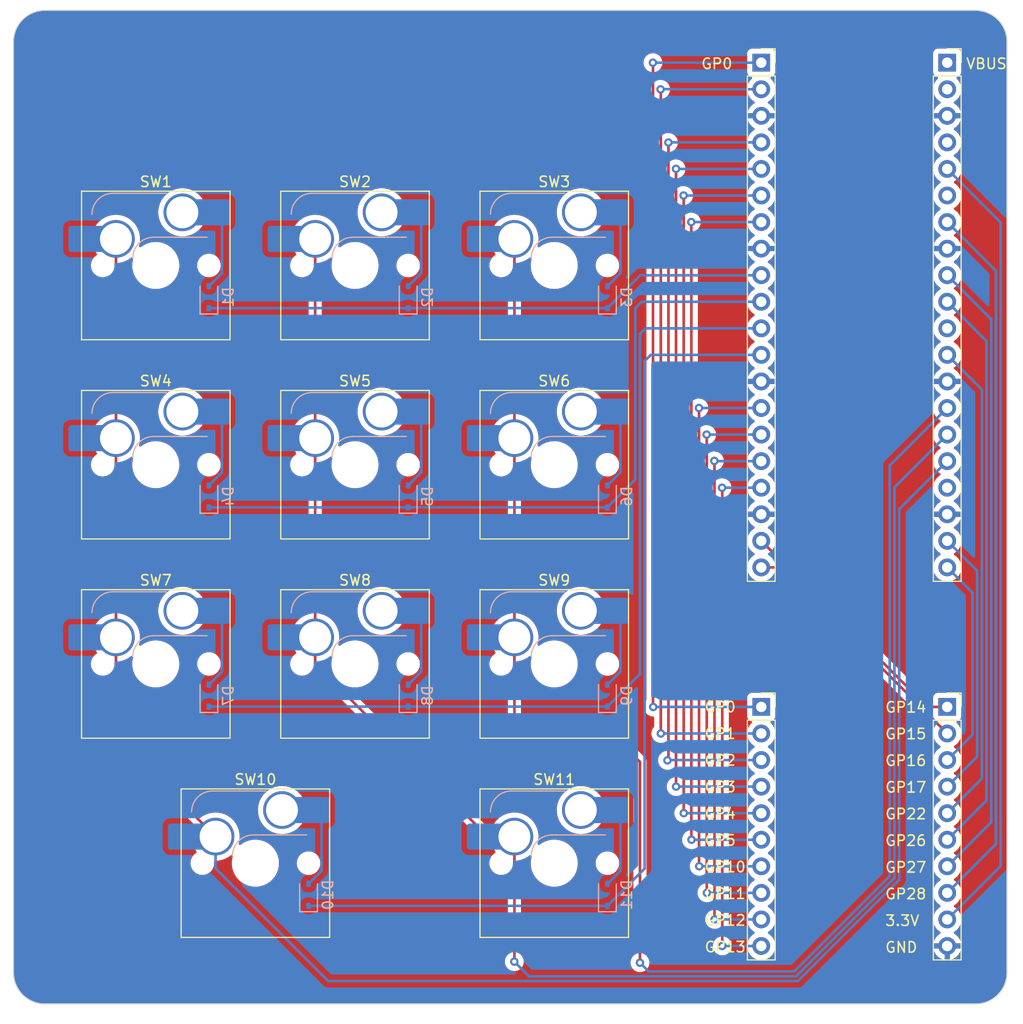
<source format=kicad_pcb>
(kicad_pcb (version 20221018) (generator pcbnew)
  (layers (0 "F.Cu" signal) (31 "B.Cu" signal) (34 "B.Paste" user) (35 "F.Paste" user) (36 "B.SilkS" user "B.Silkscreen") (37 "F.SilkS" user "F.Silkscreen") (38 "B.Mask" user) (39 "F.Mask" user) (44 "Edge.Cuts" user))
  (net 0 "")
  (net 1 "ROW0")
  (net 2 "Net-(D1-A)")
  (net 3 "Net-(D2-A)")
  (net 4 "Net-(D3-A)")
  (net 5 "ROW1")
  (net 6 "Net-(D4-A)")
  (net 7 "Net-(D5-A)")
  (net 8 "Net-(D6-A)")
  (net 9 "ROW2")
  (net 10 "Net-(D7-A)")
  (net 11 "Net-(D8-A)")
  (net 12 "Net-(D9-A)")
  (net 13 "ROW3")
  (net 14 "Net-(D10-A)")
  (net 15 "Net-(D11-A)")
  (net 16 "COL0")
  (net 17 "COL1")
  (net 18 "COL2")
  (net 19 "GP0")
  (net 20 "GP1")
  (net 21 "GND")
  (net 22 "GP2")
  (net 23 "GP3")
  (net 24 "GP4")
  (net 25 "GP5")
  (net 26 "GP10")
  (net 27 "GP11")
  (net 28 "GP12")
  (net 29 "GP13")
  (net 30 "GP14")
  (net 31 "GP15")
  (net 32 "VBUS")
  (net 33 "VSYS_IN")
  (net 34 "3V3_EN")
  (net 35 "3V3_OUT")
  (net 36 "ADC_VREF")
  (net 37 "GP28")
  (net 38 "GP27")
  (net 39 "GP26")
  (net 40 "RUN")
  (net 41 "GP22")
  (net 42 "GP18")
  (net 43 "GP17")
  (net 44 "GP16")
  (footprint "PCM_Switch_Keyboard_Hotswap_Kailh:SW_Hotswap_Kailh_MX_Plated_1.00u" (layer "F.Cu") (at 144.2075 92.49)
    (fp_text reference "SW9" (at 0 -8) (layer "F.SilkS"))
    (fp_text value "SW_Push")
    (pad "" np_thru_hole circle locked (at -5.08 0) (size 1.75 1.75) (drill 1.75) (layers "*.Cu" "*.Mask"))
    (pad "" np_thru_hole circle locked (at 0 0) (size 4 4) (drill 4) (layers "*.Cu" "*.Mask"))
    (pad "" np_thru_hole circle locked (at 5.08 0) (size 1.75 1.75) (drill 1.75) (layers "*.Cu" "*.Mask"))
    (pad "1" smd roundrect locked (at -6.585 -2.54) (size 3.55 2.5) (layers "B.Cu") (roundrect_rratio 0.1) (net 18 "COL2"))
    (pad "1" thru_hole circle locked (at -3.81 -2.54) (size 3.6 3.6) (drill 3.05) (layers "*.Cu" "*.Mask") (net 18 "COL2"))
    (pad "2" thru_hole circle locked (at 2.54 -5.08) (size 3.6 3.6) (drill 3.05) (layers "*.Cu" "*.Mask") (net 12 "Net-(D9-A)"))
    (pad "2" smd roundrect locked (at 5.32 -5.08) (size 3.55 2.5) (layers "B.Cu") (roundrect_rratio 0.1) (net 12 "Net-(D9-A)"))
  )
  (footprint "PCM_Switch_Keyboard_Hotswap_Kailh:SW_Hotswap_Kailh_MX_Plated_1.00u" (layer "F.Cu") (at 144.2075 54.39)
    (fp_text reference "SW3" (at 0 -8) (layer "F.SilkS"))
    (fp_text value "SW_Push")
    (pad "" np_thru_hole circle locked (at -5.08 0) (size 1.75 1.75) (drill 1.75) (layers "*.Cu" "*.Mask"))
    (pad "" np_thru_hole circle locked (at 0 0) (size 4 4) (drill 4) (layers "*.Cu" "*.Mask"))
    (pad "" np_thru_hole circle locked (at 5.08 0) (size 1.75 1.75) (drill 1.75) (layers "*.Cu" "*.Mask"))
    (pad "1" smd roundrect locked (at -6.585 -2.54) (size 3.55 2.5) (layers "B.Cu") (roundrect_rratio 0.1) (net 18 "COL2"))
    (pad "1" thru_hole circle locked (at -3.81 -2.54) (size 3.6 3.6) (drill 3.05) (layers "*.Cu" "*.Mask") (net 18 "COL2"))
    (pad "2" thru_hole circle locked (at 2.54 -5.08) (size 3.6 3.6) (drill 3.05) (layers "*.Cu" "*.Mask") (net 4 "Net-(D3-A)"))
    (pad "2" smd roundrect locked (at 5.32 -5.08) (size 3.55 2.5) (layers "B.Cu") (roundrect_rratio 0.1) (net 4 "Net-(D3-A)"))
  )
  (footprint "PCM_Switch_Keyboard_Hotswap_Kailh:SW_Hotswap_Kailh_MX_Plated_1.00u" (layer "F.Cu") (at 106.1075 54.39)
    (fp_text reference "SW1" (at 0 -8) (layer "F.SilkS"))
    (fp_text value "SW_Push")
    (pad "" np_thru_hole circle locked (at -5.08 0) (size 1.75 1.75) (drill 1.75) (layers "*.Cu" "*.Mask"))
    (pad "" np_thru_hole circle locked (at 0 0) (size 4 4) (drill 4) (layers "*.Cu" "*.Mask"))
    (pad "" np_thru_hole circle locked (at 5.08 0) (size 1.75 1.75) (drill 1.75) (layers "*.Cu" "*.Mask"))
    (pad "1" smd roundrect locked (at -6.585 -2.54) (size 3.55 2.5) (layers "B.Cu") (roundrect_rratio 0.1) (net 16 "COL0"))
    (pad "1" thru_hole circle locked (at -3.81 -2.54) (size 3.6 3.6) (drill 3.05) (layers "*.Cu" "*.Mask") (net 16 "COL0"))
    (pad "2" thru_hole circle locked (at 2.54 -5.08) (size 3.6 3.6) (drill 3.05) (layers "*.Cu" "*.Mask") (net 2 "Net-(D1-A)"))
    (pad "2" smd roundrect locked (at 5.32 -5.08) (size 3.55 2.5) (layers "B.Cu") (roundrect_rratio 0.1) (net 2 "Net-(D1-A)"))
  )
  (footprint "Connector_PinSocket_2.54mm:PinSocket_1x20_P2.54mm_Vertical" (layer "F.Cu") (at 164 35)
    (fp_text reference "J1" hide)
    (fp_text value "Conn_01x20_Pin")
    (pad "1" thru_hole rect locked (at 0 0) (size 1.7 1.7) (drill 1) (layers "*.Cu" "*.Mask") (net 19 "GP0"))
    (pad "2" thru_hole oval locked (at 0 2.54) (size 1.7 1.7) (drill 1) (layers "*.Cu" "*.Mask") (net 20 "GP1"))
    (pad "3" thru_hole oval locked (at 0 5.08) (size 1.7 1.7) (drill 1) (layers "*.Cu" "*.Mask") (net 21 "GND"))
    (pad "4" thru_hole oval locked (at 0 7.62) (size 1.7 1.7) (drill 1) (layers "*.Cu" "*.Mask") (net 22 "GP2"))
    (pad "5" thru_hole oval locked (at 0 10.16) (size 1.7 1.7) (drill 1) (layers "*.Cu" "*.Mask") (net 23 "GP3"))
    (pad "6" thru_hole oval locked (at 0 12.7) (size 1.7 1.7) (drill 1) (layers "*.Cu" "*.Mask") (net 24 "GP4"))
    (pad "7" thru_hole oval locked (at 0 15.24) (size 1.7 1.7) (drill 1) (layers "*.Cu" "*.Mask") (net 25 "GP5"))
    (pad "8" thru_hole oval locked (at 0 17.78) (size 1.7 1.7) (drill 1) (layers "*.Cu" "*.Mask") (net 21 "GND"))
    (pad "9" thru_hole oval locked (at 0 20.32) (size 1.7 1.7) (drill 1) (layers "*.Cu" "*.Mask") (net 1 "ROW0"))
    (pad "10" thru_hole oval locked (at 0 22.86) (size 1.7 1.7) (drill 1) (layers "*.Cu" "*.Mask") (net 5 "ROW1"))
    (pad "11" thru_hole oval locked (at 0 25.4) (size 1.7 1.7) (drill 1) (layers "*.Cu" "*.Mask") (net 9 "ROW2"))
    (pad "12" thru_hole oval locked (at 0 27.94) (size 1.7 1.7) (drill 1) (layers "*.Cu" "*.Mask") (net 13 "ROW3"))
    (pad "13" thru_hole oval locked (at 0 30.48) (size 1.7 1.7) (drill 1) (layers "*.Cu" "*.Mask") (net 21 "GND"))
    (pad "14" thru_hole oval locked (at 0 33.02) (size 1.7 1.7) (drill 1) (layers "*.Cu" "*.Mask") (net 26 "GP10"))
    (pad "15" thru_hole oval locked (at 0 35.56) (size 1.7 1.7) (drill 1) (layers "*.Cu" "*.Mask") (net 27 "GP11"))
    (pad "16" thru_hole oval locked (at 0 38.1) (size 1.7 1.7) (drill 1) (layers "*.Cu" "*.Mask") (net 28 "GP12"))
    (pad "17" thru_hole oval locked (at 0 40.64) (size 1.7 1.7) (drill 1) (layers "*.Cu" "*.Mask") (net 29 "GP13"))
    (pad "18" thru_hole oval locked (at 0 43.18) (size 1.7 1.7) (drill 1) (layers "*.Cu" "*.Mask") (net 21 "GND"))
    (pad "19" thru_hole oval locked (at 0 45.72) (size 1.7 1.7) (drill 1) (layers "*.Cu" "*.Mask") (net 30 "GP14"))
    (pad "20" thru_hole oval locked (at 0 48.26) (size 1.7 1.7) (drill 1) (layers "*.Cu" "*.Mask") (net 31 "GP15"))
  )
  (footprint "PCM_Switch_Keyboard_Hotswap_Kailh:SW_Hotswap_Kailh_MX_Plated_1.00u" (layer "F.Cu") (at 125.1575 73.44)
    (fp_text reference "SW5" (at 0 -8) (layer "F.SilkS"))
    (fp_text value "SW_Push")
    (pad "" np_thru_hole circle locked (at -5.08 0) (size 1.75 1.75) (drill 1.75) (layers "*.Cu" "*.Mask"))
    (pad "" np_thru_hole circle locked (at 0 0) (size 4 4) (drill 4) (layers "*.Cu" "*.Mask"))
    (pad "" np_thru_hole circle locked (at 5.08 0) (size 1.75 1.75) (drill 1.75) (layers "*.Cu" "*.Mask"))
    (pad "1" smd roundrect locked (at -6.585 -2.54) (size 3.55 2.5) (layers "B.Cu") (roundrect_rratio 0.1) (net 17 "COL1"))
    (pad "1" thru_hole circle locked (at -3.81 -2.54) (size 3.6 3.6) (drill 3.05) (layers "*.Cu" "*.Mask") (net 17 "COL1"))
    (pad "2" thru_hole circle locked (at 2.54 -5.08) (size 3.6 3.6) (drill 3.05) (layers "*.Cu" "*.Mask") (net 7 "Net-(D5-A)"))
    (pad "2" smd roundrect locked (at 5.32 -5.08) (size 3.55 2.5) (layers "B.Cu") (roundrect_rratio 0.1) (net 7 "Net-(D5-A)"))
  )
  (footprint "PCM_Switch_Keyboard_Hotswap_Kailh:SW_Hotswap_Kailh_MX_Plated_2.00u" (layer "F.Cu") (at 115.6325 111.54)
    (fp_text reference "SW10" (at 0 -8) (layer "F.SilkS"))
    (fp_text value "SW_Push")
    (pad "" np_thru_hole circle locked (at -5.08 0) (size 1.75 1.75) (drill 1.75) (layers "*.Cu" "*.Mask"))
    (pad "" np_thru_hole circle locked (at 0 0) (size 4 4) (drill 4) (layers "*.Cu" "*.Mask"))
    (pad "" np_thru_hole circle locked (at 5.08 0) (size 1.75 1.75) (drill 1.75) (layers "*.Cu" "*.Mask"))
    (pad "1" smd roundrect locked (at -6.585 -2.54) (size 3.55 2.5) (layers "B.Cu") (roundrect_rratio 0.1) (net 16 "COL0"))
    (pad "1" thru_hole circle locked (at -3.81 -2.54) (size 3.6 3.6) (drill 3.05) (layers "*.Cu" "*.Mask") (net 16 "COL0"))
    (pad "2" thru_hole circle locked (at 2.54 -5.08) (size 3.6 3.6) (drill 3.05) (layers "*.Cu" "*.Mask") (net 14 "Net-(D10-A)"))
    (pad "2" smd roundrect locked (at 5.32 -5.08) (size 3.55 2.5) (layers "B.Cu") (roundrect_rratio 0.1) (net 14 "Net-(D10-A)"))
  )
  (footprint "Connector_PinSocket_2.54mm:PinSocket_1x20_P2.54mm_Vertical" (layer "F.Cu") (at 181.78 35)
    (fp_text reference "J2" hide)
    (fp_text value "Conn_01x20_Pin")
    (pad "1" thru_hole rect locked (at 0 0) (size 1.7 1.7) (drill 1) (layers "*.Cu" "*.Mask") (net 32 "VBUS"))
    (pad "2" thru_hole oval locked (at 0 2.54) (size 1.7 1.7) (drill 1) (layers "*.Cu" "*.Mask") (net 33 "VSYS_IN"))
    (pad "3" thru_hole oval locked (at 0 5.08) (size 1.7 1.7) (drill 1) (layers "*.Cu" "*.Mask") (net 21 "GND"))
    (pad "4" thru_hole oval locked (at 0 7.62) (size 1.7 1.7) (drill 1) (layers "*.Cu" "*.Mask") (net 34 "3V3_EN"))
    (pad "5" thru_hole oval locked (at 0 10.16) (size 1.7 1.7) (drill 1) (layers "*.Cu" "*.Mask") (net 35 "3V3_OUT"))
    (pad "6" thru_hole oval locked (at 0 12.7) (size 1.7 1.7) (drill 1) (layers "*.Cu" "*.Mask") (net 36 "ADC_VREF"))
    (pad "7" thru_hole oval locked (at 0 15.24) (size 1.7 1.7) (drill 1) (layers "*.Cu" "*.Mask") (net 37 "GP28"))
    (pad "8" thru_hole oval locked (at 0 17.78) (size 1.7 1.7) (drill 1) (layers "*.Cu" "*.Mask") (net 21 "GND"))
    (pad "9" thru_hole oval locked (at 0 20.32) (size 1.7 1.7) (drill 1) (layers "*.Cu" "*.Mask") (net 38 "GP27"))
    (pad "10" thru_hole oval locked (at 0 22.86) (size 1.7 1.7) (drill 1) (layers "*.Cu" "*.Mask") (net 39 "GP26"))
    (pad "11" thru_hole oval locked (at 0 25.4) (size 1.7 1.7) (drill 1) (layers "*.Cu" "*.Mask") (net 40 "RUN"))
    (pad "12" thru_hole oval locked (at 0 27.94) (size 1.7 1.7) (drill 1) (layers "*.Cu" "*.Mask") (net 41 "GP22"))
    (pad "13" thru_hole oval locked (at 0 30.48) (size 1.7 1.7) (drill 1) (layers "*.Cu" "*.Mask") (net 21 "GND"))
    (pad "14" thru_hole oval locked (at 0 33.02) (size 1.7 1.7) (drill 1) (layers "*.Cu" "*.Mask") (net 18 "COL2"))
    (pad "15" thru_hole oval locked (at 0 35.56) (size 1.7 1.7) (drill 1) (layers "*.Cu" "*.Mask") (net 17 "COL1"))
    (pad "16" thru_hole oval locked (at 0 38.1) (size 1.7 1.7) (drill 1) (layers "*.Cu" "*.Mask") (net 16 "COL0"))
    (pad "17" thru_hole oval locked (at 0 40.64) (size 1.7 1.7) (drill 1) (layers "*.Cu" "*.Mask") (net 42 "GP18"))
    (pad "18" thru_hole oval locked (at 0 43.18) (size 1.7 1.7) (drill 1) (layers "*.Cu" "*.Mask") (net 21 "GND"))
    (pad "19" thru_hole oval locked (at 0 45.72) (size 1.7 1.7) (drill 1) (layers "*.Cu" "*.Mask") (net 43 "GP17"))
    (pad "20" thru_hole oval locked (at 0 48.26) (size 1.7 1.7) (drill 1) (layers "*.Cu" "*.Mask") (net 44 "GP16"))
  )
  (footprint "PCM_Switch_Keyboard_Hotswap_Kailh:SW_Hotswap_Kailh_MX_Plated_1.00u" (layer "F.Cu") (at 106.1075 92.49)
    (fp_text reference "SW7" (at 0 -8) (layer "F.SilkS"))
    (fp_text value "SW_Push")
    (pad "" np_thru_hole circle locked (at -5.08 0) (size 1.75 1.75) (drill 1.75) (layers "*.Cu" "*.Mask"))
    (pad "" np_thru_hole circle locked (at 0 0) (size 4 4) (drill 4) (layers "*.Cu" "*.Mask"))
    (pad "" np_thru_hole circle locked (at 5.08 0) (size 1.75 1.75) (drill 1.75) (layers "*.Cu" "*.Mask"))
    (pad "1" smd roundrect locked (at -6.585 -2.54) (size 3.55 2.5) (layers "B.Cu") (roundrect_rratio 0.1) (net 16 "COL0"))
    (pad "1" thru_hole circle locked (at -3.81 -2.54) (size 3.6 3.6) (drill 3.05) (layers "*.Cu" "*.Mask") (net 16 "COL0"))
    (pad "2" thru_hole circle locked (at 2.54 -5.08) (size 3.6 3.6) (drill 3.05) (layers "*.Cu" "*.Mask") (net 10 "Net-(D7-A)"))
    (pad "2" smd roundrect locked (at 5.32 -5.08) (size 3.55 2.5) (layers "B.Cu") (roundrect_rratio 0.1) (net 10 "Net-(D7-A)"))
  )
  (footprint "PCM_Switch_Keyboard_Hotswap_Kailh:SW_Hotswap_Kailh_MX_Plated_1.00u" (layer "F.Cu") (at 106.1075 73.44)
    (fp_text reference "SW4" (at 0 -8) (layer "F.SilkS"))
    (fp_text value "SW_Push")
    (pad "" np_thru_hole circle locked (at -5.08 0) (size 1.75 1.75) (drill 1.75) (layers "*.Cu" "*.Mask"))
    (pad "" np_thru_hole circle locked (at 0 0) (size 4 4) (drill 4) (layers "*.Cu" "*.Mask"))
    (pad "" np_thru_hole circle locked (at 5.08 0) (size 1.75 1.75) (drill 1.75) (layers "*.Cu" "*.Mask"))
    (pad "1" smd roundrect locked (at -6.585 -2.54) (size 3.55 2.5) (layers "B.Cu") (roundrect_rratio 0.1) (net 16 "COL0"))
    (pad "1" thru_hole circle locked (at -3.81 -2.54) (size 3.6 3.6) (drill 3.05) (layers "*.Cu" "*.Mask") (net 16 "COL0"))
    (pad "2" thru_hole circle locked (at 2.54 -5.08) (size 3.6 3.6) (drill 3.05) (layers "*.Cu" "*.Mask") (net 6 "Net-(D4-A)"))
    (pad "2" smd roundrect locked (at 5.32 -5.08) (size 3.55 2.5) (layers "B.Cu") (roundrect_rratio 0.1) (net 6 "Net-(D4-A)"))
  )
  (footprint "PCM_Switch_Keyboard_Hotswap_Kailh:SW_Hotswap_Kailh_MX_Plated_1.00u" (layer "F.Cu") (at 125.1575 54.39)
    (fp_text reference "SW2" (at 0 -8) (layer "F.SilkS"))
    (fp_text value "SW_Push")
    (pad "" np_thru_hole circle locked (at -5.08 0) (size 1.75 1.75) (drill 1.75) (layers "*.Cu" "*.Mask"))
    (pad "" np_thru_hole circle locked (at 0 0) (size 4 4) (drill 4) (layers "*.Cu" "*.Mask"))
    (pad "" np_thru_hole circle locked (at 5.08 0) (size 1.75 1.75) (drill 1.75) (layers "*.Cu" "*.Mask"))
    (pad "1" smd roundrect locked (at -6.585 -2.54) (size 3.55 2.5) (layers "B.Cu") (roundrect_rratio 0.1) (net 17 "COL1"))
    (pad "1" thru_hole circle locked (at -3.81 -2.54) (size 3.6 3.6) (drill 3.05) (layers "*.Cu" "*.Mask") (net 17 "COL1"))
    (pad "2" thru_hole circle locked (at 2.54 -5.08) (size 3.6 3.6) (drill 3.05) (layers "*.Cu" "*.Mask") (net 3 "Net-(D2-A)"))
    (pad "2" smd roundrect locked (at 5.32 -5.08) (size 3.55 2.5) (layers "B.Cu") (roundrect_rratio 0.1) (net 3 "Net-(D2-A)"))
  )
  (footprint "Connector_PinSocket_2.54mm:PinSocket_1x10_P2.54mm_Vertical" (layer "F.Cu") (at 181.78 96.6)
    (fp_text reference "J4" hide)
    (fp_text value "Conn_01x10_Pin")
    (pad "1" thru_hole rect locked (at 0 0) (size 1.7 1.7) (drill 1) (layers "*.Cu" "*.Mask") (net 30 "GP14"))
    (pad "2" thru_hole oval locked (at 0 2.54) (size 1.7 1.7) (drill 1) (layers "*.Cu" "*.Mask") (net 31 "GP15"))
    (pad "3" thru_hole oval locked (at 0 5.08) (size 1.7 1.7) (drill 1) (layers "*.Cu" "*.Mask") (net 44 "GP16"))
    (pad "4" thru_hole oval locked (at 0 7.62) (size 1.7 1.7) (drill 1) (layers "*.Cu" "*.Mask") (net 43 "GP17"))
    (pad "5" thru_hole oval locked (at 0 10.16) (size 1.7 1.7) (drill 1) (layers "*.Cu" "*.Mask") (net 41 "GP22"))
    (pad "6" thru_hole oval locked (at 0 12.7) (size 1.7 1.7) (drill 1) (layers "*.Cu" "*.Mask") (net 39 "GP26"))
    (pad "7" thru_hole oval locked (at 0 15.24) (size 1.7 1.7) (drill 1) (layers "*.Cu" "*.Mask") (net 38 "GP27"))
    (pad "8" thru_hole oval locked (at 0 17.78) (size 1.7 1.7) (drill 1) (layers "*.Cu" "*.Mask") (net 37 "GP28"))
    (pad "9" thru_hole oval locked (at 0 20.32) (size 1.7 1.7) (drill 1) (layers "*.Cu" "*.Mask") (net 35 "3V3_OUT"))
    (pad "10" thru_hole oval locked (at 0 22.86) (size 1.7 1.7) (drill 1) (layers "*.Cu" "*.Mask") (net 21 "GND"))
  )
  (footprint "PCM_Switch_Keyboard_Hotswap_Kailh:SW_Hotswap_Kailh_MX_Plated_1.00u" (layer "F.Cu") (at 144.2075 73.44)
    (fp_text reference "SW6" (at 0 -8) (layer "F.SilkS"))
    (fp_text value "SW_Push")
    (pad "" np_thru_hole circle locked (at -5.08 0) (size 1.75 1.75) (drill 1.75) (layers "*.Cu" "*.Mask"))
    (pad "" np_thru_hole circle locked (at 0 0) (size 4 4) (drill 4) (layers "*.Cu" "*.Mask"))
    (pad "" np_thru_hole circle locked (at 5.08 0) (size 1.75 1.75) (drill 1.75) (layers "*.Cu" "*.Mask"))
    (pad "1" smd roundrect locked (at -6.585 -2.54) (size 3.55 2.5) (layers "B.Cu") (roundrect_rratio 0.1) (net 18 "COL2"))
    (pad "1" thru_hole circle locked (at -3.81 -2.54) (size 3.6 3.6) (drill 3.05) (layers "*.Cu" "*.Mask") (net 18 "COL2"))
    (pad "2" thru_hole circle locked (at 2.54 -5.08) (size 3.6 3.6) (drill 3.05) (layers "*.Cu" "*.Mask") (net 8 "Net-(D6-A)"))
    (pad "2" smd roundrect locked (at 5.32 -5.08) (size 3.55 2.5) (layers "B.Cu") (roundrect_rratio 0.1) (net 8 "Net-(D6-A)"))
  )
  (footprint "PCM_Switch_Keyboard_Hotswap_Kailh:SW_Hotswap_Kailh_MX_Plated_1.00u" (layer "F.Cu") (at 125.1575 92.49)
    (fp_text reference "SW8" (at 0 -8) (layer "F.SilkS"))
    (fp_text value "SW_Push")
    (pad "" np_thru_hole circle locked (at -5.08 0) (size 1.75 1.75) (drill 1.75) (layers "*.Cu" "*.Mask"))
    (pad "" np_thru_hole circle locked (at 0 0) (size 4 4) (drill 4) (layers "*.Cu" "*.Mask"))
    (pad "" np_thru_hole circle locked (at 5.08 0) (size 1.75 1.75) (drill 1.75) (layers "*.Cu" "*.Mask"))
    (pad "1" smd roundrect locked (at -6.585 -2.54) (size 3.55 2.5) (layers "B.Cu") (roundrect_rratio 0.1) (net 17 "COL1"))
    (pad "1" thru_hole circle locked (at -3.81 -2.54) (size 3.6 3.6) (drill 3.05) (layers "*.Cu" "*.Mask") (net 17 "COL1"))
    (pad "2" thru_hole circle locked (at 2.54 -5.08) (size 3.6 3.6) (drill 3.05) (layers "*.Cu" "*.Mask") (net 11 "Net-(D8-A)"))
    (pad "2" smd roundrect locked (at 5.32 -5.08) (size 3.55 2.5) (layers "B.Cu") (roundrect_rratio 0.1) (net 11 "Net-(D8-A)"))
  )
  (footprint "PCM_Switch_Keyboard_Hotswap_Kailh:SW_Hotswap_Kailh_MX_Plated_1.00u" (layer "F.Cu") (at 144.2075 111.54)
    (fp_text reference "SW11" (at 0 -8) (layer "F.SilkS"))
    (fp_text value "SW_Push")
    (pad "" np_thru_hole circle locked (at -5.08 0) (size 1.75 1.75) (drill 1.75) (layers "*.Cu" "*.Mask"))
    (pad "" np_thru_hole circle locked (at 0 0) (size 4 4) (drill 4) (layers "*.Cu" "*.Mask"))
    (pad "" np_thru_hole circle locked (at 5.08 0) (size 1.75 1.75) (drill 1.75) (layers "*.Cu" "*.Mask"))
    (pad "1" smd roundrect locked (at -6.585 -2.54) (size 3.55 2.5) (layers "B.Cu") (roundrect_rratio 0.1) (net 17 "COL1"))
    (pad "1" thru_hole circle locked (at -3.81 -2.54) (size 3.6 3.6) (drill 3.05) (layers "*.Cu" "*.Mask") (net 17 "COL1"))
    (pad "2" thru_hole circle locked (at 2.54 -5.08) (size 3.6 3.6) (drill 3.05) (layers "*.Cu" "*.Mask") (net 15 "Net-(D11-A)"))
    (pad "2" smd roundrect locked (at 5.32 -5.08) (size 3.55 2.5) (layers "B.Cu") (roundrect_rratio 0.1) (net 15 "Net-(D11-A)"))
  )
  (footprint "Connector_PinSocket_2.54mm:PinSocket_1x10_P2.54mm_Vertical" (layer "F.Cu") (at 164 96.6)
    (fp_text reference "J3" hide)
    (fp_text value "Conn_01x10_Pin")
    (pad "1" thru_hole rect locked (at 0 0) (size 1.7 1.7) (drill 1) (layers "*.Cu" "*.Mask") (net 19 "GP0"))
    (pad "2" thru_hole oval locked (at 0 2.54) (size 1.7 1.7) (drill 1) (layers "*.Cu" "*.Mask") (net 20 "GP1"))
    (pad "3" thru_hole oval locked (at 0 5.08) (size 1.7 1.7) (drill 1) (layers "*.Cu" "*.Mask") (net 22 "GP2"))
    (pad "4" thru_hole oval locked (at 0 7.62) (size 1.7 1.7) (drill 1) (layers "*.Cu" "*.Mask") (net 23 "GP3"))
    (pad "5" thru_hole oval locked (at 0 10.16) (size 1.7 1.7) (drill 1) (layers "*.Cu" "*.Mask") (net 24 "GP4"))
    (pad "6" thru_hole oval locked (at 0 12.7) (size 1.7 1.7) (drill 1) (layers "*.Cu" "*.Mask") (net 25 "GP5"))
    (pad "7" thru_hole oval locked (at 0 15.24) (size 1.7 1.7) (drill 1) (layers "*.Cu" "*.Mask") (net 26 "GP10"))
    (pad "8" thru_hole oval locked (at 0 17.78) (size 1.7 1.7) (drill 1) (layers "*.Cu" "*.Mask") (net 27 "GP11"))
    (pad "9" thru_hole oval locked (at 0 20.32) (size 1.7 1.7) (drill 1) (layers "*.Cu" "*.Mask") (net 28 "GP12"))
    (pad "10" thru_hole oval locked (at 0 22.86) (size 1.7 1.7) (drill 1) (layers "*.Cu" "*.Mask") (net 29 "GP13"))
  )
  (footprint "Diode_SMD:D_SOD-323" (layer "B.Cu") (at 130.2375 95.52 90)
    (fp_text reference "D8" (at 0 1.85 270) (layer "B.SilkS") (effects (justify mirror)))
    (fp_text value "1N4148WS")
    (pad "1" smd roundrect locked (at -1.05 0 90) (size 0.6 0.45) (layers "B.Cu" "B.Paste" "B.Mask") (net 9 "ROW2"))
    (pad "2" smd roundrect locked (at 1.05 0 90) (size 0.6 0.45) (layers "B.Cu" "B.Paste" "B.Mask") (net 11 "Net-(D8-A)"))
  )
  (footprint "Diode_SMD:D_SOD-323" (layer "B.Cu") (at 120.7125 114.57 90)
    (fp_text reference "D10" (at 0 1.85 270) (layer "B.SilkS") (effects (justify mirror)))
    (fp_text value "1N4148WS")
    (pad "1" smd roundrect locked (at -1.05 0 90) (size 0.6 0.45) (layers "B.Cu" "B.Paste" "B.Mask") (net 13 "ROW3"))
    (pad "2" smd roundrect locked (at 1.05 0 90) (size 0.6 0.45) (layers "B.Cu" "B.Paste" "B.Mask") (net 14 "Net-(D10-A)"))
  )
  (footprint "Diode_SMD:D_SOD-323" (layer "B.Cu") (at 111.1875 95.52 90)
    (fp_text reference "D7" (at 0 1.85 270) (layer "B.SilkS") (effects (justify mirror)))
    (fp_text value "1N4148WS")
    (pad "1" smd roundrect locked (at -1.05 0 90) (size 0.6 0.45) (layers "B.Cu" "B.Paste" "B.Mask") (net 9 "ROW2"))
    (pad "2" smd roundrect locked (at 1.05 0 90) (size 0.6 0.45) (layers "B.Cu" "B.Paste" "B.Mask") (net 10 "Net-(D7-A)"))
  )
  (footprint "Diode_SMD:D_SOD-323" (layer "B.Cu") (at 111.1875 76.47 90)
    (fp_text reference "D4" (at 0 1.85 270) (layer "B.SilkS") (effects (justify mirror)))
    (fp_text value "1N4148WS")
    (pad "1" smd roundrect locked (at -1.05 0 90) (size 0.6 0.45) (layers "B.Cu" "B.Paste" "B.Mask") (net 5 "ROW1"))
    (pad "2" smd roundrect locked (at 1.05 0 90) (size 0.6 0.45) (layers "B.Cu" "B.Paste" "B.Mask") (net 6 "Net-(D4-A)"))
  )
  (footprint "Diode_SMD:D_SOD-323" (layer "B.Cu") (at 149.2875 76.47 90)
    (fp_text reference "D6" (at 0 1.85 270) (layer "B.SilkS") (effects (justify mirror)))
    (fp_text value "1N4148WS")
    (pad "1" smd roundrect locked (at -1.05 0 90) (size 0.6 0.45) (layers "B.Cu" "B.Paste" "B.Mask") (net 5 "ROW1"))
    (pad "2" smd roundrect locked (at 1.05 0 90) (size 0.6 0.45) (layers "B.Cu" "B.Paste" "B.Mask") (net 8 "Net-(D6-A)"))
  )
  (footprint "Diode_SMD:D_SOD-323" (layer "B.Cu") (at 149.2875 114.57 90)
    (fp_text reference "D11" (at 0 1.85 270) (layer "B.SilkS") (effects (justify mirror)))
    (fp_text value "1N4148WS")
    (pad "1" smd roundrect locked (at -1.05 0 90) (size 0.6 0.45) (layers "B.Cu" "B.Paste" "B.Mask") (net 13 "ROW3"))
    (pad "2" smd roundrect locked (at 1.05 0 90) (size 0.6 0.45) (layers "B.Cu" "B.Paste" "B.Mask") (net 15 "Net-(D11-A)"))
  )
  (footprint "Diode_SMD:D_SOD-323" (layer "B.Cu") (at 130.2375 76.47 90)
    (fp_text reference "D5" (at 0 1.85 270) (layer "B.SilkS") (effects (justify mirror)))
    (fp_text value "1N4148WS")
    (pad "1" smd roundrect locked (at -1.05 0 90) (size 0.6 0.45) (layers "B.Cu" "B.Paste" "B.Mask") (net 5 "ROW1"))
    (pad "2" smd roundrect locked (at 1.05 0 90) (size 0.6 0.45) (layers "B.Cu" "B.Paste" "B.Mask") (net 7 "Net-(D5-A)"))
  )
  (footprint "Diode_SMD:D_SOD-323" (layer "B.Cu") (at 130.2375 57.42 90)
    (fp_text reference "D2" (at 0 1.85 270) (layer "B.SilkS") (effects (justify mirror)))
    (fp_text value "1N4148WS")
    (pad "1" smd roundrect locked (at -1.05 0 90) (size 0.6 0.45) (layers "B.Cu" "B.Paste" "B.Mask") (net 1 "ROW0"))
    (pad "2" smd roundrect locked (at 1.05 0 90) (size 0.6 0.45) (layers "B.Cu" "B.Paste" "B.Mask") (net 3 "Net-(D2-A)"))
  )
  (footprint "Diode_SMD:D_SOD-323" (layer "B.Cu") (at 149.2875 95.52 90)
    (fp_text reference "D9" (at 0 1.85 270) (layer "B.SilkS") (effects (justify mirror)))
    (fp_text value "1N4148WS")
    (pad "1" smd roundrect locked (at -1.05 0 90) (size 0.6 0.45) (layers "B.Cu" "B.Paste" "B.Mask") (net 9 "ROW2"))
    (pad "2" smd roundrect locked (at 1.05 0 90) (size 0.6 0.45) (layers "B.Cu" "B.Paste" "B.Mask") (net 12 "Net-(D9-A)"))
  )
  (footprint "Diode_SMD:D_SOD-323" (layer "B.Cu") (at 111.1875 57.42 90)
    (fp_text reference "D1" (at 0 1.85 270) (layer "B.SilkS") (effects (justify mirror)))
    (fp_text value "1N4148WS")
    (pad "1" smd roundrect locked (at -1.05 0 90) (size 0.6 0.45) (layers "B.Cu" "B.Paste" "B.Mask") (net 1 "ROW0"))
    (pad "2" smd roundrect locked (at 1.05 0 90) (size 0.6 0.45) (layers "B.Cu" "B.Paste" "B.Mask") (net 2 "Net-(D1-A)"))
  )
  (footprint "Diode_SMD:D_SOD-323" (layer "B.Cu") (at 149.2875 57.42 90)
    (fp_text reference "D3" (at 0 1.85 270) (layer "B.SilkS") (effects (justify mirror)))
    (fp_text value "1N4148WS")
    (pad "1" smd roundrect locked (at -1.05 0 90) (size 0.6 0.45) (layers "B.Cu" "B.Paste" "B.Mask") (net 1 "ROW0"))
    (pad "2" smd roundrect locked (at 1.05 0 90) (size 0.6 0.45) (layers "B.Cu" "B.Paste" "B.Mask") (net 4 "Net-(D3-A)"))
  )
  (gr_line locked (start 92.5 122) (end 92.5 33) (stroke (width 0.1)) (layer "Edge.Cuts"))
  (gr_arc locked (start 184.5 30) (mid 186.62132 30.87868) (end 187.5 33) (stroke (width 0.1)) (layer "Edge.Cuts"))
  (gr_line locked (start 184.5 125) (end 95.5 125) (stroke (width 0.1)) (layer "Edge.Cuts"))
  (gr_arc locked (start 92.5 33) (mid 93.37868 30.87868) (end 95.5 30) (stroke (width 0.1)) (layer "Edge.Cuts"))
  (gr_line locked (start 95.5 30) (end 184.5 30) (stroke (width 0.1)) (layer "Edge.Cuts"))
  (gr_arc locked (start 95.5 125) (mid 93.37868 124.12132) (end 92.5 122) (stroke (width 0.1)) (layer "Edge.Cuts"))
  (gr_arc locked (start 187.5 122) (mid 186.62132 124.12132) (end 184.5 125) (stroke (width 0.1)) (layer "Edge.Cuts"))
  (gr_line locked (start 187.5 33) (end 187.5 122) (stroke (width 0.1)) (layer "Edge.Cuts"))
  (gr_text "GP11" (at 158.5 115.041554) (layer "F.SilkS") (effects (font (size 1 1)) (justify left bottom)))
  (gr_text locked "GP0" (at 158.18 35.6875) (layer "F.SilkS") (effects (font (size 1 1)) (justify left bottom)))
  (gr_text "GP12" (at 158.5 117.591776) (layer "F.SilkS") (effects (font (size 1 1)) (justify left bottom)))
  (gr_text "GP16" (at 175.768 102.321112) (layer "F.SilkS") (effects (font (size 1 1)) (justify left bottom)))
  (gr_text "GP22" (at 175.768 107.421556) (layer "F.SilkS") (effects (font (size 1 1)) (justify left bottom)))
  (gr_text "GP0" (at 158.5 97.19) (layer "F.SilkS") (effects (font (size 1 1)) (justify left bottom)))
  (gr_text "GP5" (at 158.5 109.94111) (layer "F.SilkS") (effects (font (size 1 1)) (justify left bottom)))
  (gr_text "GP1" (at 158.5 99.740222) (layer "F.SilkS") (effects (font (size 1 1)) (justify left bottom)))
  (gr_text "GP4" (at 158.5 107.390888) (layer "F.SilkS") (effects (font (size 1 1)) (justify left bottom)))
  (gr_text "GP10" (at 158.5 112.491332) (layer "F.SilkS") (effects (font (size 1 1)) (justify left bottom)))
  (gr_text "3.3V" (at 175.768 117.622444) (layer "F.SilkS") (effects (font (size 1 1)) (justify left bottom)))
  (gr_text "GP28" (at 175.768 115.072222) (layer "F.SilkS") (effects (font (size 1 1)) (justify left bottom)))
  (gr_text locked "VBUS\n" (at 183.51 35.6875) (layer "F.SilkS") (effects (font (size 1 1)) (justify left bottom)))
  (gr_text "GP3" (at 158.5 104.840666) (layer "F.SilkS") (effects (font (size 1 1)) (justify left bottom)))
  (gr_text "GP15" (at 175.768 99.77089) (layer "F.SilkS") (effects (font (size 1 1)) (justify left bottom)))
  (gr_text "GP26" (at 175.768 109.971778) (layer "F.SilkS") (effects (font (size 1 1)) (justify left bottom)))
  (gr_text "GP13" (at 158.5 120.142) (layer "F.SilkS") (effects (font (size 1 1)) (justify left bottom)))
  (gr_text "GP27" (at 175.768 112.522) (layer "F.SilkS") (effects (font (size 1 1)) (justify left bottom)))
  (gr_text "GP17" (at 175.768 104.871334) (layer "F.SilkS") (effects (font (size 1 1)) (justify left bottom)))
  (gr_text "GND" (at 175.768 120.172668) (layer "F.SilkS") (effects (font (size 1 1)) (justify left bottom)))
  (gr_text "GP2" (at 158.5 102.290444) (layer "F.SilkS") (effects (font (size 1 1)) (justify left bottom)))
  (gr_text "GP14" (at 175.768 97.220668) (layer "F.SilkS") (effects (font (size 1 1)) (justify left bottom)))
  (segment (start 149.2875 58.47) (end 152.4275 55.33) (width 0.25) (layer "B.Cu") (net 1))
  (segment locked (start 111.1875 58.47) (end 130.2375 58.47) (width 0.25) (layer "B.Cu") (net 1))
  (segment (start 163.99 55.33) (end 164 55.32) (width 0.25) (layer "B.Cu") (net 1))
  (segment (start 152.4275 55.33) (end 163.99 55.33) (width 0.25) (layer "B.Cu") (net 1))
  (segment locked (start 130.2375 58.47) (end 149.2875 58.47) (width 0.25) (layer "B.Cu") (net 1))
  (segment (start 112.4375 50.32) (end 112.4375 55.12) (width 0.25) (layer "B.Cu") (net 2))
  (segment (start 112.4375 55.12) (end 111.1875 56.37) (width 0.25) (layer "B.Cu") (net 2))
  (segment (start 130.2375 56.37) (end 131.4875 55.12) (width 0.25) (layer "B.Cu") (net 3))
  (segment (start 131.4875 55.12) (end 131.4875 50.32) (width 0.25) (layer "B.Cu") (net 3))
  (segment (start 150.5375 50.32) (end 150.5375 55.12) (width 0.25) (layer "B.Cu") (net 4))
  (segment (start 150.5375 55.12) (end 149.2875 56.37) (width 0.25) (layer "B.Cu") (net 4))
  (segment (start 151.95 74.8575) (end 149.2875 77.52) (width 0.25) (layer "B.Cu") (net 5))
  (segment locked (start 111.1875 77.52) (end 130.2375 77.52) (width 0.25) (layer "B.Cu") (net 5))
  (segment locked (start 130.2375 77.52) (end 149.2875 77.52) (width 0.25) (layer "B.Cu") (net 5))
  (segment (start 164 57.86) (end 152.56 57.86) (width 0.25) (layer "B.Cu") (net 5))
  (segment (start 151.95 58.47) (end 151.95 74.8575) (width 0.25) (layer "B.Cu") (net 5))
  (segment (start 152.56 57.86) (end 151.95 58.47) (width 0.25) (layer "B.Cu") (net 5))
  (segment (start 112.4375 69.37) (end 112.4375 74.17) (width 0.25) (layer "B.Cu") (net 6))
  (segment (start 112.4375 74.17) (end 111.1875 75.42) (width 0.25) (layer "B.Cu") (net 6))
  (segment (start 131.4875 74.17) (end 130.2375 75.42) (width 0.25) (layer "B.Cu") (net 7))
  (segment (start 131.4875 69.37) (end 131.4875 74.17) (width 0.25) (layer "B.Cu") (net 7))
  (segment (start 150.5375 69.37) (end 150.5375 74.17) (width 0.25) (layer "B.Cu") (net 8))
  (segment (start 150.5375 74.17) (end 149.2875 75.42) (width 0.25) (layer "B.Cu") (net 8))
  (segment (start 152.4 60.94) (end 152.94 60.4) (width 0.25) (layer "B.Cu") (net 9))
  (segment locked (start 111.1875 96.57) (end 130.2375 96.57) (width 0.25) (layer "B.Cu") (net 9))
  (segment (start 152.4 93.4575) (end 152.4 60.94) (width 0.25) (layer "B.Cu") (net 9))
  (segment (start 152.94 60.4) (end 164 60.4) (width 0.25) (layer "B.Cu") (net 9))
  (segment locked (start 130.2375 96.57) (end 149.2875 96.57) (width 0.25) (layer "B.Cu") (net 9))
  (segment (start 149.2875 96.57) (end 152.4 93.4575) (width 0.25) (layer "B.Cu") (net 9))
  (segment (start 112.4375 93.22) (end 111.1875 94.47) (width 0.25) (layer "B.Cu") (net 10))
  (segment (start 112.4375 88.42) (end 112.4375 93.22) (width 0.25) (layer "B.Cu") (net 10))
  (segment (start 131.4875 93.22) (end 130.2375 94.47) (width 0.25) (layer "B.Cu") (net 11))
  (segment (start 131.4875 88.42) (end 131.4875 93.22) (width 0.25) (layer "B.Cu") (net 11))
  (segment (start 150.5375 93.22) (end 149.2875 94.47) (width 0.25) (layer "B.Cu") (net 12))
  (segment (start 150.5375 88.42) (end 150.5375 93.22) (width 0.25) (layer "B.Cu") (net 12))
  (segment locked (start 120.7125 115.62) (end 149.2875 115.62) (width 0.25) (layer "B.Cu") (net 13))
  (segment (start 149.2875 115.62) (end 152.85 112.0575) (width 0.25) (layer "B.Cu") (net 13))
  (segment (start 153.44 62.94) (end 164 62.94) (width 0.25) (layer "B.Cu") (net 13))
  (segment (start 152.85 63.53) (end 153.44 62.94) (width 0.25) (layer "B.Cu") (net 13))
  (segment (start 152.85 112.0575) (end 152.85 63.53) (width 0.25) (layer "B.Cu") (net 13))
  (segment (start 121.9625 107.47) (end 121.9625 112.27) (width 0.25) (layer "B.Cu") (net 14))
  (segment (start 121.9625 112.27) (end 120.7125 113.52) (width 0.25) (layer "B.Cu") (net 14))
  (segment (start 150.5375 107.47) (end 150.5375 112.27) (width 0.25) (layer "B.Cu") (net 15))
  (segment (start 150.5375 112.27) (end 149.2875 113.52) (width 0.25) (layer "B.Cu") (net 15))
  (segment (start 102.2975 99.475) (end 111.8225 109) (width 0.25) (layer "F.Cu") (net 16))
  (segment (start 102.2975 51.85) (end 102.2975 70.9) (width 0.25) (layer "F.Cu") (net 16))
  (segment (start 102.2975 89.95) (end 102.2975 99.475) (width 0.25) (layer "F.Cu") (net 16))
  (segment (start 102.2975 70.9) (end 102.2975 89.95) (width 0.25) (layer "F.Cu") (net 16))
  (segment (start 111.8225 109) (end 111.8225 112.037767) (width 0.25) (layer "B.Cu") (net 16))
  (segment (start 167.513 122.809) (end 177.1904 113.1316) (width 0.25) (layer "B.Cu") (net 16))
  (segment (start 177.1904 77.6896) (end 181.78 73.1) (width 0.25) (layer "B.Cu") (net 16))
  (segment (start 111.8225 112.037767) (end 122.593733 122.809) (width 0.25) (layer "B.Cu") (net 16))
  (segment (start 122.593733 122.809) (end 167.513 122.809) (width 0.25) (layer "B.Cu") (net 16))
  (segment (start 177.1904 113.1316) (end 177.1904 77.6896) (width 0.25) (layer "B.Cu") (net 16))
  (segment (start 137.851916 109) (end 140.3975 109) (width 0.25) (layer "F.Cu") (net 17))
  (segment (start 121.3475 70.9) (end 121.3475 51.85) (width 0.25) (layer "F.Cu") (net 17))
  (segment (start 140.3975 120.9431) (end 140.3975 109) (width 0.25) (layer "F.Cu") (net 17))
  (segment (start 121.3475 89.95) (end 121.3475 70.9) (width 0.25) (layer "F.Cu") (net 17))
  (segment (start 121.3475 92.495584) (end 137.851916 109) (width 0.25) (layer "F.Cu") (net 17))
  (segment (start 121.3475 89.95) (end 121.3475 92.495584) (width 0.25) (layer "F.Cu") (net 17))
  (segment (start 140.3858 120.9548) (end 140.3975 120.9431) (width 0.25) (layer "F.Cu") (net 17))
  (via (at 140.3858 120.9548) (size 0.8) (drill 0.4) (layers "F.Cu" "B.Cu") (net 17))
  (segment (start 176.7332 75.6068) (end 176.7332 112.952404) (width 0.25) (layer "B.Cu") (net 17))
  (segment (start 167.326604 122.359) (end 141.79 122.359) (width 0.25) (layer "B.Cu") (net 17))
  (segment (start 176.7332 112.952404) (end 167.326604 122.359) (width 0.25) (layer "B.Cu") (net 17))
  (segment (start 181.78 70.56) (end 176.7332 75.6068) (width 0.25) (layer "B.Cu") (net 17))
  (segment (start 141.79 122.359) (end 140.3858 120.9548) (width 0.25) (layer "B.Cu") (net 17))
  (segment (start 150.6474 100.1014) (end 152.4 101.854) (width 0.25) (layer "F.Cu") (net 18))
  (segment (start 142.8222 100.1014) (end 150.6474 100.1014) (width 0.25) (layer "F.Cu") (net 18))
  (segment (start 140.3975 89.95) (end 140.3975 97.6767) (width 0.25) (layer "F.Cu") (net 18))
  (segment (start 140.3975 97.6767) (end 142.8222 100.1014) (width 0.25) (layer "F.Cu") (net 18))
  (segment (start 152.4 101.854) (end 152.4 121.0564) (width 0.25) (layer "F.Cu") (net 18))
  (segment (start 140.3975 70.9) (end 140.3975 89.95) (width 0.25) (layer "F.Cu") (net 18))
  (segment (start 140.3975 51.85) (end 140.3975 70.9) (width 0.25) (layer "F.Cu") (net 18))
  (via (at 152.4 121.0564) (size 0.8) (drill 0.4) (layers "F.Cu" "B.Cu") (net 18))
  (segment (start 153.2382 121.8946) (end 167.154608 121.8946) (width 0.25) (layer "B.Cu") (net 18))
  (segment (start 167.154608 121.8946) (end 176.2832 112.766008) (width 0.25) (layer "B.Cu") (net 18))
  (segment (start 152.4 121.0564) (end 153.2382 121.8946) (width 0.25) (layer "B.Cu") (net 18))
  (segment (start 176.2832 112.766008) (end 176.2832 73.5168) (width 0.25) (layer "B.Cu") (net 18))
  (segment (start 176.2832 73.5168) (end 181.78 68.02) (width 0.25) (layer "B.Cu") (net 18))
  (segment (start 153.65 35.01) (end 153.65 96.587789) (width 0.25) (layer "F.Cu") (net 19))
  (segment (start 153.65 96.587789) (end 153.6695 96.607289) (width 0.25) (layer "F.Cu") (net 19))
  (segment (start 153.64 35) (end 153.65 35.01) (width 0.25) (layer "F.Cu") (net 19))
  (via (at 153.6695 96.607289) (size 0.8) (drill 0.4) (layers "F.Cu" "B.Cu") (net 19))
  (via (at 153.64 35) (size 0.8) (drill 0.4) (layers "F.Cu" "B.Cu") (net 19))
  (segment (start 153.676789 96.6) (end 164 96.6) (width 0.25) (layer "B.Cu") (net 19))
  (segment (start 164 35) (end 153.64 35) (width 0.25) (layer "B.Cu") (net 19))
  (segment (start 153.6695 96.607289) (end 153.676789 96.6) (width 0.25) (layer "B.Cu") (net 19))
  (segment (start 154.3945 99.1345) (end 154.4 99.14) (width 0.25) (layer "F.Cu") (net 20))
  (segment (start 154.3945 37.57) (end 154.3945 99.1345) (width 0.25) (layer "F.Cu") (net 20))
  (segment (start 154.3745 37.55) (end 154.3945 37.57) (width 0.25) (layer "F.Cu") (net 20))
  (via (at 154.3745 37.55) (size 0.8) (drill 0.4) (layers "F.Cu" "B.Cu") (net 20))
  (via (at 154.4 99.14) (size 0.8) (drill 0.4) (layers "F.Cu" "B.Cu") (net 20))
  (segment (start 154.4 99.14) (end 164 99.14) (width 0.25) (layer "B.Cu") (net 20))
  (segment (start 164 37.54) (end 155.84 37.54) (width 0.25) (layer "B.Cu") (net 20))
  (segment (start 155.84 37.54) (end 155.83 37.53) (width 0.25) (layer "B.Cu") (net 20))
  (segment (start 154.3945 37.53) (end 154.3745 37.55) (width 0.25) (layer "B.Cu") (net 20))
  (segment (start 155.83 37.53) (end 154.3945 37.53) (width 0.25) (layer "B.Cu") (net 20))
  (segment (start 155.03 101.71) (end 155.125 101.615) (width 0.25) (layer "F.Cu") (net 22))
  (segment (start 155.125 101.615) (end 155.125 42.636) (width 0.25) (layer "F.Cu") (net 22))
  (segment (start 155.125 42.636) (end 155.119 42.63) (width 0.25) (layer "F.Cu") (net 22))
  (via (at 155.03 101.71) (size 0.8) (drill 0.4) (layers "F.Cu" "B.Cu") (net 22))
  (via (at 155.119 42.63) (size 0.8) (drill 0.4) (layers "F.Cu" "B.Cu") (net 22))
  (segment (start 155.06 101.68) (end 155.03 101.71) (width 0.25) (layer "B.Cu") (net 22))
  (segment (start 155.129 42.62) (end 164 42.62) (width 0.25) (layer "B.Cu") (net 22))
  (segment (start 164 101.68) (end 155.06 101.68) (width 0.25) (layer "B.Cu") (net 22))
  (segment (start 155.119 42.63) (end 155.129 42.62) (width 0.25) (layer "B.Cu") (net 22))
  (segment (start 155.8495 45.15) (end 155.8495 104.2095) (width 0.25) (layer "F.Cu") (net 23))
  (segment (start 155.8495 104.2095) (end 155.86 104.22) (width 0.25) (layer "F.Cu") (net 23))
  (via (at 155.8495 45.15) (size 0.8) (drill 0.4) (layers "F.Cu" "B.Cu") (net 23))
  (via (at 155.86 104.22) (size 0.8) (drill 0.4) (layers "F.Cu" "B.Cu") (net 23))
  (segment (start 155.8595 45.16) (end 155.8495 45.15) (width 0.25) (layer "B.Cu") (net 23))
  (segment (start 155.86 104.22) (end 164 104.22) (width 0.25) (layer "B.Cu") (net 23))
  (segment (start 164 45.16) (end 155.8595 45.16) (width 0.25) (layer "B.Cu") (net 23))
  (segment (start 156.574 47.7) (end 156.585 47.711) (width 0.25) (layer "F.Cu") (net 24))
  (segment (start 156.585 47.711) (end 156.585 106.755) (width 0.25) (layer "F.Cu") (net 24))
  (segment (start 156.585 106.755) (end 156.59 106.76) (width 0.25) (layer "F.Cu") (net 24))
  (via (at 156.59 106.76) (size 0.8) (drill 0.4) (layers "F.Cu" "B.Cu") (net 24))
  (via (at 156.574 47.7) (size 0.8) (drill 0.4) (layers "F.Cu" "B.Cu") (net 24))
  (segment (start 164 47.7) (end 156.574 47.7) (width 0.25) (layer "B.Cu") (net 24))
  (segment (start 156.59 106.76) (end 164 106.76) (width 0.25) (layer "B.Cu") (net 24))
  (segment (start 157.315 50.2467) (end 157.315 109.2836) (width 0.25) (layer "F.Cu") (net 25))
  (segment (start 157.3095 50.2412) (end 157.315 50.2467) (width 0.25) (layer "F.Cu") (net 25))
  (segment (start 157.315 109.2836) (end 157.3276 109.2962) (width 0.25) (layer "F.Cu") (net 25))
  (via (at 157.3095 50.2412) (size 0.8) (drill 0.4) (layers "F.Cu" "B.Cu") (net 25))
  (via (at 157.3276 109.2962) (size 0.8) (drill 0.4) (layers "F.Cu" "B.Cu") (net 25))
  (segment (start 164 50.24) (end 157.3107 50.24) (width 0.25) (layer "B.Cu") (net 25))
  (segment (start 157.3314 109.3) (end 164 109.3) (width 0.25) (layer "B.Cu") (net 25))
  (segment (start 157.3276 109.2962) (end 157.3314 109.3) (width 0.25) (layer "B.Cu") (net 25))
  (segment (start 157.3107 50.24) (end 157.3095 50.2412) (width 0.25) (layer "B.Cu") (net 25))
  (segment (start 158.0526 68.0343) (end 158.0526 111.8246) (width 0.25) (layer "F.Cu") (net 26))
  (segment (start 158.0395 68.0212) (end 158.0526 68.0343) (width 0.25) (layer "F.Cu") (net 26))
  (segment (start 158.0526 111.8246) (end 158.0642 111.8362) (width 0.25) (layer "F.Cu") (net 26))
  (via (at 158.0395 68.0212) (size 0.8) (drill 0.4) (layers "F.Cu" "B.Cu") (net 26))
  (via (at 158.0642 111.8362) (size 0.8) (drill 0.4) (layers "F.Cu" "B.Cu") (net 26))
  (segment (start 158.0642 111.8362) (end 158.068 111.84) (width 0.25) (layer "B.Cu") (net 26))
  (segment (start 164 68.02) (end 158.0407 68.02) (width 0.25) (layer "B.Cu") (net 26))
  (segment (start 158.0407 68.02) (end 158.0395 68.0212) (width 0.25) (layer "B.Cu") (net 26))
  (segment (start 158.068 111.84) (end 164 111.84) (width 0.25) (layer "B.Cu") (net 26))
  (segment (start 158.7892 70.5733) (end 158.7892 114.3646) (width 0.25) (layer "F.Cu") (net 27))
  (segment (start 158.7771 70.5612) (end 158.7892 70.5733) (width 0.25) (layer "F.Cu") (net 27))
  (segment (start 158.7892 114.3646) (end 158.8008 114.3762) (width 0.25) (layer "F.Cu") (net 27))
  (via (at 158.7771 70.5612) (size 0.8) (drill 0.4) (layers "F.Cu" "B.Cu") (net 27))
  (via (at 158.8008 114.3762) (size 0.8) (drill 0.4) (layers "F.Cu" "B.Cu") (net 27))
  (segment (start 158.8008 114.3762) (end 158.8046 114.38) (width 0.25) (layer "B.Cu") (net 27))
  (segment (start 158.7783 70.56) (end 158.7771 70.5612) (width 0.25) (layer "B.Cu") (net 27))
  (segment (start 164 70.56) (end 158.7783 70.56) (width 0.25) (layer "B.Cu") (net 27))
  (segment (start 158.8046 114.38) (end 164 114.38) (width 0.25) (layer "B.Cu") (net 27))
  (segment (start 159.5137 73.0758) (end 159.5258 73.0879) (width 0.25) (layer "F.Cu") (net 28))
  (segment (start 159.5258 73.0879) (end 159.5258 116.9046) (width 0.25) (layer "F.Cu") (net 28))
  (segment (start 159.5258 116.9046) (end 159.5374 116.9162) (width 0.25) (layer "F.Cu") (net 28))
  (via (at 159.5374 116.9162) (size 0.8) (drill 0.4) (layers "F.Cu" "B.Cu") (net 28))
  (via (at 159.5137 73.0758) (size 0.8) (drill 0.4) (layers "F.Cu" "B.Cu") (net 28))
  (segment (start 164 73.1) (end 159.5379 73.1) (width 0.25) (layer "B.Cu") (net 28))
  (segment (start 159.5374 116.9162) (end 159.5412 116.92) (width 0.25) (layer "B.Cu") (net 28))
  (segment (start 159.5379 73.1) (end 159.5137 73.0758) (width 0.25) (layer "B.Cu") (net 28))
  (segment (start 159.5412 116.92) (end 164 116.92) (width 0.25) (layer "B.Cu") (net 28))
  (segment (start 160.2503 75.6412) (end 160.274 75.6649) (width 0.25) (layer "F.Cu") (net 29))
  (segment (start 160.274 75.6649) (end 160.274 119.4562) (width 0.25) (layer "F.Cu") (net 29))
  (via (at 160.274 119.4562) (size 0.8) (drill 0.4) (layers "F.Cu" "B.Cu") (net 29))
  (via (at 160.2503 75.6412) (size 0.8) (drill 0.4) (layers "F.Cu" "B.Cu") (net 29))
  (segment (start 160.274 119.4562) (end 160.2778 119.46) (width 0.25) (layer "B.Cu") (net 29))
  (segment (start 160.2515 75.64) (end 160.2503 75.6412) (width 0.25) (layer "B.Cu") (net 29))
  (segment (start 164 75.64) (end 160.2515 75.64) (width 0.25) (layer "B.Cu") (net 29))
  (segment (start 160.2778 119.46) (end 164 119.46) (width 0.25) (layer "B.Cu") (net 29))
  (segment (start 181.78 96.6) (end 179.88 96.6) (width 0.25) (layer "F.Cu") (net 30))
  (segment (start 179.88 96.6) (end 164 80.72) (width 0.25) (layer "F.Cu") (net 30))
  (segment (start 164 83.26) (end 165.903604 83.26) (width 0.25) (layer "F.Cu") (net 31))
  (segment (start 181.78 99.136396) (end 181.78 99.14) (width 0.25) (layer "F.Cu") (net 31))
  (segment (start 165.903604 83.26) (end 181.78 99.136396) (width 0.25) (layer "F.Cu") (net 31))
  (segment (start 186.8932 111.8068) (end 186.8932 50.2732) (width 0.25) (layer "B.Cu") (net 35))
  (segment (start 186.8932 50.2732) (end 181.78 45.16) (width 0.25) (layer "B.Cu") (net 35))
  (segment (start 181.78 116.92) (end 186.8932 111.8068) (width 0.25) (layer "B.Cu") (net 35))
  (segment (start 186.4432 109.7168) (end 181.78 114.38) (width 0.25) (layer "B.Cu") (net 37))
  (segment (start 181.78 50.24) (end 186.4432 54.9032) (width 0.25) (layer "B.Cu") (net 37))
  (segment (start 186.4432 54.9032) (end 186.4432 109.7168) (width 0.25) (layer "B.Cu") (net 37))
  (segment (start 185.9932 59.5332) (end 181.78 55.32) (width 0.25) (layer "B.Cu") (net 38))
  (segment (start 185.9932 107.6268) (end 185.9932 59.5332) (width 0.25) (layer "B.Cu") (net 38))
  (segment (start 181.78 111.84) (end 185.9932 107.6268) (width 0.25) (layer "B.Cu") (net 38))
  (segment (start 181.78 57.86) (end 185.5432 61.6232) (width 0.25) (layer "B.Cu") (net 39))
  (segment (start 185.5432 105.5368) (end 181.78 109.3) (width 0.25) (layer "B.Cu") (net 39))
  (segment (start 185.5432 61.6232) (end 185.5432 105.5368) (width 0.25) (layer "B.Cu") (net 39))
  (segment (start 185.0932 66.2532) (end 185.0932 103.4468) (width 0.25) (layer "B.Cu") (net 41))
  (segment (start 185.0932 103.4468) (end 181.78 106.76) (width 0.25) (layer "B.Cu") (net 41))
  (segment (start 181.78 62.94) (end 185.0932 66.2532) (width 0.25) (layer "B.Cu") (net 41))
  (segment (start 184.6432 83.5832) (end 184.6432 101.3568) (width 0.25) (layer "B.Cu") (net 43))
  (segment (start 181.78 80.72) (end 184.6432 83.5832) (width 0.25) (layer "B.Cu") (net 43))
  (segment (start 184.6432 101.3568) (end 181.78 104.22) (width 0.25) (layer "B.Cu") (net 43))
  (segment (start 184.1932 85.6732) (end 181.78 83.26) (width 0.25) (layer "B.Cu") (net 44))
  (segment (start 181.78 101.68) (end 184.1932 99.2668) (width 0.25) (layer "B.Cu") (net 44))
  (segment (start 184.1932 99.2668) (end 184.1932 85.6732) (width 0.25) (layer "B.Cu") (net 44))
  (zone (net 21) (net_name "GND") (layer "F.Cu") (priority 1) (connect_pads (clearance 0.5)) (min_thickness 0.25) (fill yes (thermal_gap 0.5) (thermal_bridge_width 0.5))
    (polygon (pts (xy 92.329 29.1592) (xy 189.0268 29.0576) (xy 188.5188 126.746) (xy 91.3384 126.746) (xy 92.0242 29.1338) (xy 92.456 29.0068)))
  )
  (zone (net 21) (net_name "GND") (layer "B.Cu") (connect_pads (clearance 0.5)) (min_thickness 0.25) (fill yes (thermal_gap 0.5) (thermal_bridge_width 0.5))
    (polygon (pts (xy 92.2782 29.5656) (xy 188.9252 29.3116) (xy 188.6712 126.9238) (xy 91.2114 126.8476) (xy 92.202 29.5402) (xy 92.3036 29.591)))
  )
)
</source>
